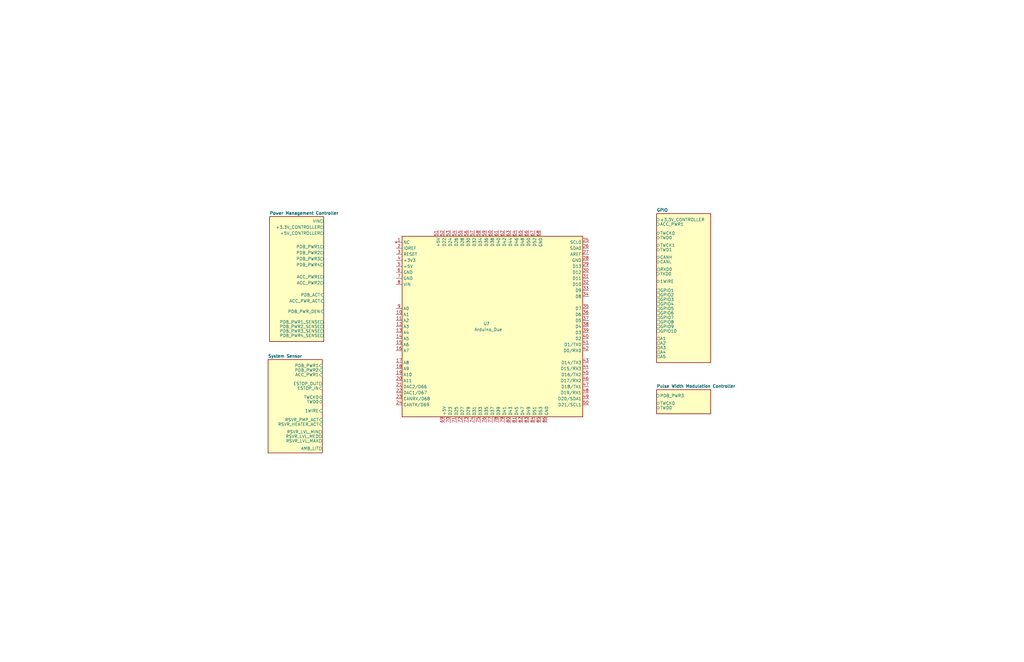
<source format=kicad_sch>
(kicad_sch (version 20230121) (generator eeschema)
  (paper "B")
  (lib_symbols
    (symbol "MCU_Module_jal:Arduino_Due"
      (property "Reference" "U" (at 0 2.54 0))
      (property "Value" "Arduino_Due" (at 0 0 0))
      (symbol "Arduino_Due_0_0"
        (pin no_connect line (at -38.1 35.56 0) (length 2.54) (name "NC") (number "1"))
        (pin input line (at -38.1 5.08 0) (length 2.54) (name "A1") (number "10"))
        (pin input line (at -38.1 2.54 0) (length 2.54) (name "A2") (number "11"))
        (pin input line (at -38.1 0 0) (length 2.54) (name "A3") (number "12"))
        (pin input line (at -38.1 -2.54 0) (length 2.54) (name "A4") (number "13"))
        (pin input line (at -38.1 -5.08 0) (length 2.54) (name "A5") (number "14"))
        (pin input line (at -38.1 -7.62 0) (length 2.54) (name "A6") (number "15"))
        (pin input line (at -38.1 -10.16 0) (length 2.54) (name "A7") (number "16"))
        (pin input line (at -38.1 -15.24 0) (length 2.54) (name "A8") (number "17"))
        (pin input line (at -38.1 -17.78 0) (length 2.54) (name "A9") (number "18"))
        (pin input line (at -38.1 -20.32 0) (length 2.54) (name "A10") (number "19"))
        (pin input line (at -38.1 33.02 0) (length 2.54) (name "IOREF") (number "2"))
        (pin input line (at -38.1 -22.86 0) (length 2.54) (name "A11") (number "20"))
        (pin input line (at -38.1 -25.4 0) (length 2.54) (name "DAC2/D66") (number "21"))
        (pin input line (at -38.1 -27.94 0) (length 2.54) (name "DAC1/D67") (number "22"))
        (pin input line (at -38.1 -30.48 0) (length 2.54) (name "CANRX/D68") (number "23"))
        (pin input line (at -38.1 -33.02 0) (length 2.54) (name "CANTX/D69") (number "24"))
        (pin bidirectional line (at 43.18 35.56 180) (length 2.54) (name "SCL0") (number "25"))
        (pin bidirectional line (at 43.18 33.02 180) (length 2.54) (name "SDA0") (number "26"))
        (pin bidirectional line (at 43.18 30.48 180) (length 2.54) (name "AREF") (number "27"))
        (pin bidirectional line (at 43.18 27.94 180) (length 2.54) (name "GND") (number "28"))
        (pin bidirectional line (at 43.18 25.4 180) (length 2.54) (name "D13") (number "29"))
        (pin input line (at -38.1 30.48 0) (length 2.54) (name "RESET") (number "3"))
        (pin bidirectional line (at 43.18 22.86 180) (length 2.54) (name "D12") (number "30"))
        (pin bidirectional line (at 43.18 20.32 180) (length 2.54) (name "D11") (number "31"))
        (pin bidirectional line (at 43.18 17.78 180) (length 2.54) (name "D10") (number "32"))
        (pin bidirectional line (at 43.18 15.24 180) (length 2.54) (name "D9") (number "33"))
        (pin bidirectional line (at 43.18 12.7 180) (length 2.54) (name "D8") (number "34"))
        (pin bidirectional line (at 43.18 7.62 180) (length 2.54) (name "D7") (number "35"))
        (pin bidirectional line (at 43.18 5.08 180) (length 2.54) (name "D6") (number "36"))
        (pin bidirectional line (at 43.18 2.54 180) (length 2.54) (name "D5") (number "37"))
        (pin bidirectional line (at 43.18 0 180) (length 2.54) (name "D4") (number "38"))
        (pin bidirectional line (at 43.18 -2.54 180) (length 2.54) (name "D3") (number "39"))
        (pin power_out line (at -38.1 27.94 0) (length 2.54) (name "+3V3") (number "4"))
        (pin bidirectional line (at 43.18 -5.08 180) (length 2.54) (name "D2") (number "40"))
        (pin bidirectional line (at 43.18 -7.62 180) (length 2.54) (name "D1/TX0") (number "41"))
        (pin bidirectional line (at 43.18 -10.16 180) (length 2.54) (name "D0/RX0") (number "42"))
        (pin bidirectional line (at 43.18 -15.24 180) (length 2.54) (name "D14/TX3") (number "43"))
        (pin bidirectional line (at 43.18 -17.78 180) (length 2.54) (name "D15/RX3") (number "44"))
        (pin bidirectional line (at 43.18 -20.32 180) (length 2.54) (name "D16/TX2") (number "45"))
        (pin bidirectional line (at 43.18 -22.86 180) (length 2.54) (name "D17/RX2") (number "46"))
        (pin bidirectional line (at 43.18 -25.4 180) (length 2.54) (name "D18/TX1") (number "47"))
        (pin bidirectional line (at 43.18 -27.94 180) (length 2.54) (name "D19/RX1") (number "48"))
        (pin bidirectional line (at 43.18 -30.48 180) (length 2.54) (name "D20/SDA1") (number "49"))
        (pin power_out line (at -38.1 25.4 0) (length 2.54) (name "+5V") (number "5"))
        (pin bidirectional line (at 43.18 -33.02 180) (length 2.54) (name "D21/SCL1") (number "50"))
        (pin power_out line (at -20.32 40.64 270) (length 2.54) (name "+5V") (number "51"))
        (pin bidirectional line (at -17.78 40.64 270) (length 2.54) (name "D22") (number "52"))
        (pin bidirectional line (at -15.24 40.64 270) (length 2.54) (name "D24") (number "53"))
        (pin bidirectional line (at -12.7 40.64 270) (length 2.54) (name "D26") (number "54"))
        (pin bidirectional line (at -10.16 40.64 270) (length 2.54) (name "D28") (number "55"))
        (pin bidirectional line (at -7.62 40.64 270) (length 2.54) (name "D30") (number "56"))
        (pin bidirectional line (at -5.08 40.64 270) (length 2.54) (name "D32") (number "57"))
        (pin bidirectional line (at -2.54 40.64 270) (length 2.54) (name "D34") (number "58"))
        (pin bidirectional line (at 0 40.64 270) (length 2.54) (name "D36") (number "59"))
        (pin power_out line (at -38.1 22.86 0) (length 2.54) (name "GND") (number "6"))
        (pin bidirectional line (at 2.54 40.64 270) (length 2.54) (name "D38") (number "60"))
        (pin bidirectional line (at 5.08 40.64 270) (length 2.54) (name "D40") (number "61"))
        (pin bidirectional line (at 7.62 40.64 270) (length 2.54) (name "D42") (number "62"))
        (pin bidirectional line (at 10.16 40.64 270) (length 2.54) (name "D44") (number "63"))
        (pin bidirectional line (at 12.7 40.64 270) (length 2.54) (name "D46") (number "64"))
        (pin bidirectional line (at 15.24 40.64 270) (length 2.54) (name "D48") (number "65"))
        (pin bidirectional line (at 17.78 40.64 270) (length 2.54) (name "D50") (number "66"))
        (pin bidirectional line (at 20.32 40.64 270) (length 2.54) (name "D52") (number "67"))
        (pin power_out line (at 22.86 40.64 270) (length 2.54) (name "GND") (number "68"))
        (pin power_out line (at -17.78 -40.64 90) (length 2.54) (name "+5V") (number "69"))
        (pin power_out line (at -38.1 20.32 0) (length 2.54) (name "GND") (number "7"))
        (pin bidirectional line (at -15.24 -40.64 90) (length 2.54) (name "D23") (number "70"))
        (pin bidirectional line (at -12.7 -40.64 90) (length 2.54) (name "D25") (number "71"))
        (pin bidirectional line (at -10.16 -40.64 90) (length 2.54) (name "D27") (number "72"))
        (pin bidirectional line (at -7.62 -40.64 90) (length 2.54) (name "D29") (number "73"))
        (pin bidirectional line (at -5.08 -40.64 90) (length 2.54) (name "D31") (number "74"))
        (pin bidirectional line (at -2.54 -40.64 90) (length 2.54) (name "D33") (number "75"))
        (pin bidirectional line (at 0 -40.64 90) (length 2.54) (name "D35") (number "76"))
        (pin bidirectional line (at 2.54 -40.64 90) (length 2.54) (name "D37") (number "77"))
        (pin bidirectional line (at 5.08 -40.64 90) (length 2.54) (name "D39") (number "78"))
        (pin bidirectional line (at 7.62 -40.64 90) (length 2.54) (name "D41") (number "79"))
        (pin power_in line (at -38.1 17.78 0) (length 2.54) (name "VIN") (number "8"))
        (pin bidirectional line (at 10.16 -40.64 90) (length 2.54) (name "D43") (number "80"))
        (pin bidirectional line (at 12.7 -40.64 90) (length 2.54) (name "D45") (number "81"))
        (pin bidirectional line (at 15.24 -40.64 90) (length 2.54) (name "D47") (number "82"))
        (pin bidirectional line (at 17.78 -40.64 90) (length 2.54) (name "D49") (number "83"))
        (pin bidirectional line (at 20.32 -40.64 90) (length 2.54) (name "D51") (number "84"))
        (pin bidirectional line (at 22.86 -40.64 90) (length 2.54) (name "D53") (number "85"))
        (pin bidirectional line (at 25.4 -40.64 90) (length 2.54) (name "GND") (number "86"))
        (pin input line (at -38.1 7.62 0) (length 2.54) (name "A0") (number "9"))
      )
      (symbol "Arduino_Due_0_1"
        (rectangle (start -35.56 38.1) (end 40.64 -38.1) (stroke (width 0.254)) (fill (type background)))
      )
    )
  )
  (symbol (lib_id "MCU_Module_jal:Arduino_Due") (at 205.105 137.795 0) (unit 1)
    (property "Reference" "U?" (at 203.835 136.525 0) (effects (justify left)))
    (property "Value" "Arduino_Due" (at 200.025 139.065 0) (effects (justify left)))
    (property "Datasheet" "https://content.arduino.cc/assets/A000056-full-pinout.pdf" (effects hide))
    (property "Description" "DEVELOPMENT BOARD, MICROCONTROLLER, 32-BIT, ARM, 54 IO, 12 AN, CAN, TWI, USART" (effects hide))
    (property "Manufacturer Name" "Arduino" (effects hide))
    (property "Manufacturer Part Number" "A000062" (effects hide))
  )
  (sheet (at 276.86 164.465) (size 22.86 10.16) (stroke (width 0.254)) (fill (color 255 255 194 1.0000))
    (property "Sheetname" "Pulse Width Modulation Controller" (at 276.86 163.7026 0) (effects (font bold) (justify left bottom)))
    (property "Sheetfile" "Pulse Width Modulation Controller.kicad_sch" (effects hide))
    (pin "PDB_PWR3" input (at 276.86 167.005 180))
    (pin "TWCK0" bidirectional (at 276.86 170.18 180))
    (pin "TWD0" bidirectional (at 276.86 172.085 180))
  )
  (sheet (at 276.86 90.17) (size 22.86 62.865) (stroke (width 0.254)) (fill (color 255 255 194 1.0000))
    (property "Sheetname" "GPIO" (at 276.86 89.4076 0) (effects (font bold) (justify left bottom)))
    (property "Sheetfile" "GPIO.kicad_sch" (effects hide))
    (pin "TWD1" bidirectional (at 276.86 105.41 180))
    (pin "TWCK1" bidirectional (at 276.86 103.505 180))
    (pin "TWD0" bidirectional (at 276.86 100.33 180))
    (pin "GPIO9" passive (at 276.86 137.795 180))
    (pin "GPIO8" passive (at 276.86 135.89 180))
    (pin "ACC_PWR1" input (at 276.86 94.615 180))
    (pin "GPIO10" passive (at 276.86 139.7 180))
    (pin "GPIO7" passive (at 276.86 133.985 180))
    (pin "GPIO1" passive (at 276.86 122.555 180))
    (pin "GPIO3" passive (at 276.86 126.365 180))
    (pin "GPIO4" passive (at 276.86 128.27 180))
    (pin "GPIO6" passive (at 276.86 132.08 180))
    (pin "GPIO2" passive (at 276.86 124.46 180))
    (pin "GPIO5" passive (at 276.86 130.175 180))
    (pin "+3.3V_CONTROLLER" input (at 276.86 92.71 180))
    (pin "TXD0" input (at 276.86 115.57 180))
    (pin "RXD0" output (at 276.86 113.665 180))
    (pin "TWCK0" bidirectional (at 276.86 98.425 180))
    (pin "1WIRE" bidirectional (at 276.86 118.745 180))
    (pin "CANL" bidirectional (at 276.86 110.49 180))
    (pin "CANH" bidirectional (at 276.86 108.585 180))
    (pin "A4" output (at 276.86 148.59 180))
    (pin "A1" output (at 276.86 142.875 180))
    (pin "A2" output (at 276.86 144.78 180))
    (pin "A3" output (at 276.86 146.685 180))
    (pin "A5" output (at 276.86 150.495 180))
  )
  (sheet (at 113.03 151.765) (size 22.86 39.37) (stroke (width 0.254)) (fill (color 255 255 194 1.0000))
    (property "Sheetname" "System Sensor" (at 113.03 151.0026 0) (effects (font bold) (justify left bottom)))
    (property "Sheetfile" "System Sensor.kicad_sch" (effects hide))
    (pin "1WIRE" input (at 135.89 173.355 0))
    (pin "ACC_PWR1" input (at 135.89 158.115 0))
    (pin "ESTOP_OUT" output (at 135.89 161.925 0))
    (pin "AMB_LIT" output (at 135.89 189.23 0))
    (pin "ESTOP_IN" input (at 135.89 163.83 0))
    (pin "PDB_PWR1" input (at 135.89 154.305 0))
    (pin "RSVR_PMP_ACT" input (at 135.89 177.165 0))
    (pin "RSVR_HEATER_ACT" input (at 135.89 179.07 0))
    (pin "PDB_PWR2" input (at 135.89 156.21 0))
    (pin "TWCK0" bidirectional (at 135.89 167.64 0))
    (pin "RSVR_LVL_MED" output (at 135.89 184.15 0))
    (pin "RSVR_LVL_MIN" output (at 135.89 182.245 0))
    (pin "RSVR_LVL_MAX" output (at 135.89 186.055 0))
    (pin "TWD0" bidirectional (at 135.89 169.545 0))
  )
  (sheet (at 113.665 91.44) (size 22.86 52.705) (stroke (width 0.254)) (fill (color 255 255 194 1.0000))
    (property "Sheetname" "Power Management Controller" (at 113.665 90.6776 0) (effects (font bold) (justify left bottom)))
    (property "Sheetfile" "Power Management Controller.kicad_sch" (effects hide))
    (pin "PDB_PWR1_SENSE" output (at 136.525 135.89 0))
    (pin "PDB_ACT" input (at 136.525 124.46 0))
    (pin "VIN" output (at 136.525 93.345 0))
    (pin "PDB_PWR_DEN" input (at 136.525 131.445 0))
    (pin "PDB_PWR2" output (at 136.525 106.68 0))
    (pin "+5V_CONTROLLER" output (at 136.525 98.425 0))
    (pin "+3.3V_CONTROLLER" output (at 136.525 95.885 0))
    (pin "ACC_PWR1" output (at 136.525 116.84 0))
    (pin "ACC_PWR2" output (at 136.525 119.38 0))
    (pin "PDB_PWR3" output (at 136.525 109.22 0))
    (pin "ACC_PWR_ACT" input (at 136.525 127 0))
    (pin "PDB_PWR4" output (at 136.525 111.76 0))
    (pin "PDB_PWR1" output (at 136.525 104.14 0))
    (pin "PDB_PWR2_SENSE" output (at 136.525 137.795 0))
    (pin "PDB_PWR3_SENSE" output (at 136.525 139.7 0))
    (pin "PDB_PWR4_SENSE" output (at 136.525 141.605 0))
  )
)
</source>
